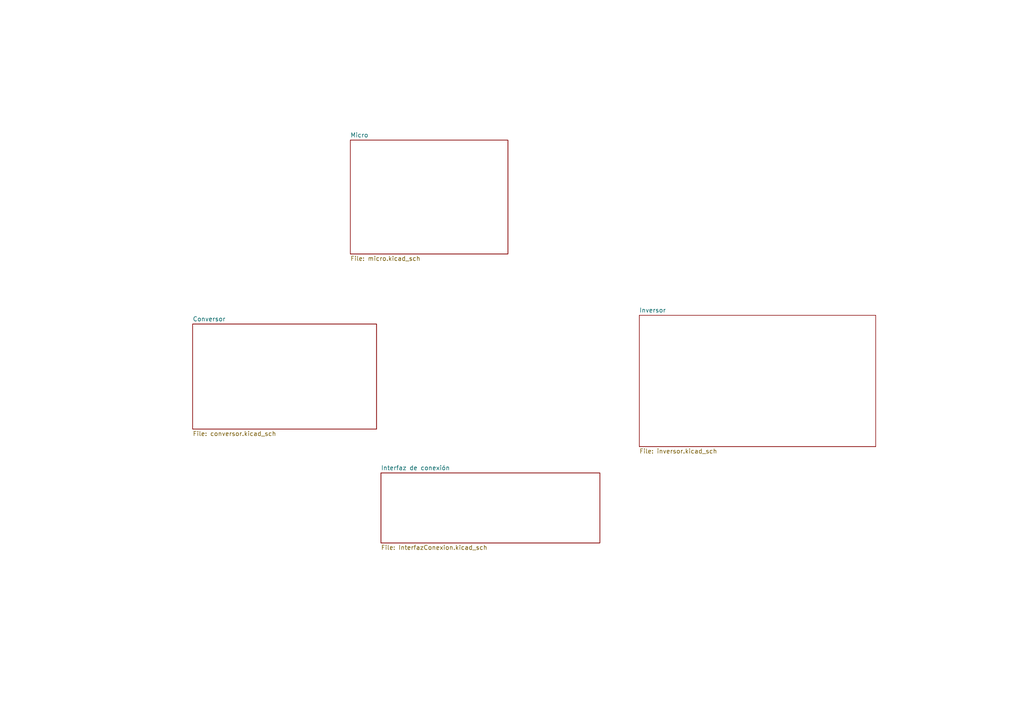
<source format=kicad_sch>
(kicad_sch
	(version 20250114)
	(generator "eeschema")
	(generator_version "9.0")
	(uuid "e60c11d9-ab9e-4760-a4a7-008fcec65a72")
	(paper "A4")
	(lib_symbols)
	(sheet
		(at 101.6 40.64)
		(size 45.72 33.02)
		(exclude_from_sim no)
		(in_bom yes)
		(on_board yes)
		(dnp no)
		(fields_autoplaced yes)
		(stroke
			(width 0.1524)
			(type solid)
		)
		(fill
			(color 0 0 0 0.0000)
		)
		(uuid "110275dc-ed3b-4248-b6a0-86f6159a1d7c")
		(property "Sheetname" "Micro"
			(at 101.6 39.9284 0)
			(effects
				(font
					(size 1.27 1.27)
				)
				(justify left bottom)
			)
		)
		(property "Sheetfile" "micro.kicad_sch"
			(at 101.6 74.2446 0)
			(effects
				(font
					(size 1.27 1.27)
				)
				(justify left top)
			)
		)
		(instances
			(project "VFD_V1"
				(path "/e60c11d9-ab9e-4760-a4a7-008fcec65a72"
					(page "4")
				)
			)
		)
	)
	(sheet
		(at 185.42 91.44)
		(size 68.58 38.1)
		(exclude_from_sim no)
		(in_bom yes)
		(on_board yes)
		(dnp no)
		(fields_autoplaced yes)
		(stroke
			(width 0.1524)
			(type solid)
		)
		(fill
			(color 0 0 0 0.0000)
		)
		(uuid "628f2f61-6f1b-4d29-a612-5c194d35f65c")
		(property "Sheetname" "Inversor"
			(at 185.42 90.7284 0)
			(effects
				(font
					(size 1.27 1.27)
				)
				(justify left bottom)
			)
		)
		(property "Sheetfile" "inversor.kicad_sch"
			(at 185.42 130.1246 0)
			(effects
				(font
					(size 1.27 1.27)
				)
				(justify left top)
			)
		)
		(instances
			(project "VFD_V1"
				(path "/e60c11d9-ab9e-4760-a4a7-008fcec65a72"
					(page "2")
				)
			)
		)
	)
	(sheet
		(at 55.88 93.98)
		(size 53.34 30.48)
		(exclude_from_sim no)
		(in_bom yes)
		(on_board yes)
		(dnp no)
		(fields_autoplaced yes)
		(stroke
			(width 0.1524)
			(type solid)
		)
		(fill
			(color 0 0 0 0.0000)
		)
		(uuid "c6551446-5e26-4d9a-a5bc-1c867d865e21")
		(property "Sheetname" "Conversor"
			(at 55.88 93.2684 0)
			(effects
				(font
					(size 1.27 1.27)
				)
				(justify left bottom)
			)
		)
		(property "Sheetfile" "conversor.kicad_sch"
			(at 55.88 125.0446 0)
			(effects
				(font
					(size 1.27 1.27)
				)
				(justify left top)
			)
		)
		(instances
			(project "VFD_V1"
				(path "/e60c11d9-ab9e-4760-a4a7-008fcec65a72"
					(page "3")
				)
			)
		)
	)
	(sheet
		(at 110.49 137.16)
		(size 63.5 20.32)
		(exclude_from_sim no)
		(in_bom yes)
		(on_board yes)
		(dnp no)
		(fields_autoplaced yes)
		(stroke
			(width 0.1524)
			(type solid)
		)
		(fill
			(color 0 0 0 0.0000)
		)
		(uuid "fc30a5fb-ff38-4397-8c78-21712589d910")
		(property "Sheetname" "Interfaz de conexión"
			(at 110.49 136.4484 0)
			(effects
				(font
					(size 1.27 1.27)
				)
				(justify left bottom)
			)
		)
		(property "Sheetfile" "InterfazConexion.kicad_sch"
			(at 110.49 158.0646 0)
			(effects
				(font
					(size 1.27 1.27)
				)
				(justify left top)
			)
		)
		(instances
			(project "VFD_V1"
				(path "/e60c11d9-ab9e-4760-a4a7-008fcec65a72"
					(page "19")
				)
			)
		)
	)
	(sheet_instances
		(path "/"
			(page "1")
		)
	)
	(embedded_fonts no)
)

</source>
